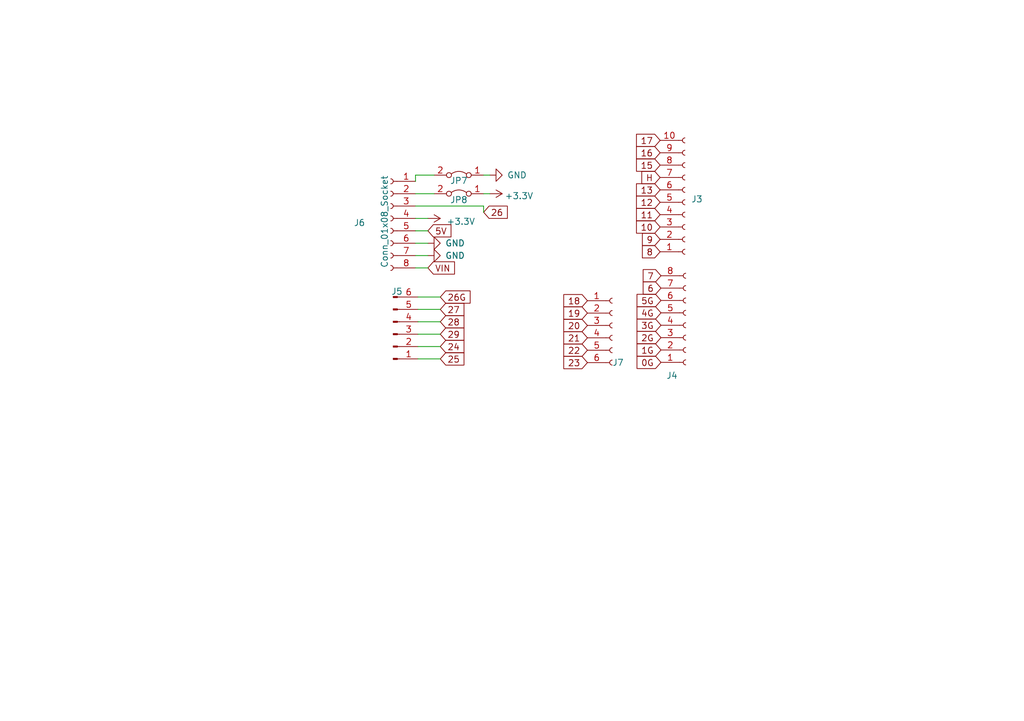
<source format=kicad_sch>
(kicad_sch (version 20230121) (generator eeschema)

  (uuid 03621913-285f-463d-859b-09c2f4f5b841)

  (paper "A5")

  (title_block
    (title "PicUNO (Pico + UNO)")
    (date "2024-04-20")
    (rev "3.0")
    (company "AtrivaTECH & ESC crasci ")
    (comment 1 "A part of Atriva Technologies")
    (comment 2 "esccrasci.in")
    (comment 3 "atrivatech.com")
    (comment 4 "esccrasci.in/about-on")
  )

  (lib_symbols
    (symbol "Connector:Conn_01x06_Pin" (pin_names (offset 1.016) hide) (in_bom yes) (on_board yes)
      (property "Reference" "J" (at 0 7.62 0)
        (effects (font (size 1.27 1.27)))
      )
      (property "Value" "Conn_01x06_Pin" (at 0 -10.16 0)
        (effects (font (size 1.27 1.27)))
      )
      (property "Footprint" "" (at 0 0 0)
        (effects (font (size 1.27 1.27)) hide)
      )
      (property "Datasheet" "~" (at 0 0 0)
        (effects (font (size 1.27 1.27)) hide)
      )
      (property "ki_locked" "" (at 0 0 0)
        (effects (font (size 1.27 1.27)))
      )
      (property "ki_keywords" "connector" (at 0 0 0)
        (effects (font (size 1.27 1.27)) hide)
      )
      (property "ki_description" "Generic connector, single row, 01x06, script generated" (at 0 0 0)
        (effects (font (size 1.27 1.27)) hide)
      )
      (property "ki_fp_filters" "Connector*:*_1x??_*" (at 0 0 0)
        (effects (font (size 1.27 1.27)) hide)
      )
      (symbol "Conn_01x06_Pin_1_1"
        (polyline
          (pts
            (xy 1.27 -7.62)
            (xy 0.8636 -7.62)
          )
          (stroke (width 0.1524) (type default))
          (fill (type none))
        )
        (polyline
          (pts
            (xy 1.27 -5.08)
            (xy 0.8636 -5.08)
          )
          (stroke (width 0.1524) (type default))
          (fill (type none))
        )
        (polyline
          (pts
            (xy 1.27 -2.54)
            (xy 0.8636 -2.54)
          )
          (stroke (width 0.1524) (type default))
          (fill (type none))
        )
        (polyline
          (pts
            (xy 1.27 0)
            (xy 0.8636 0)
          )
          (stroke (width 0.1524) (type default))
          (fill (type none))
        )
        (polyline
          (pts
            (xy 1.27 2.54)
            (xy 0.8636 2.54)
          )
          (stroke (width 0.1524) (type default))
          (fill (type none))
        )
        (polyline
          (pts
            (xy 1.27 5.08)
            (xy 0.8636 5.08)
          )
          (stroke (width 0.1524) (type default))
          (fill (type none))
        )
        (rectangle (start 0.8636 -7.493) (end 0 -7.747)
          (stroke (width 0.1524) (type default))
          (fill (type outline))
        )
        (rectangle (start 0.8636 -4.953) (end 0 -5.207)
          (stroke (width 0.1524) (type default))
          (fill (type outline))
        )
        (rectangle (start 0.8636 -2.413) (end 0 -2.667)
          (stroke (width 0.1524) (type default))
          (fill (type outline))
        )
        (rectangle (start 0.8636 0.127) (end 0 -0.127)
          (stroke (width 0.1524) (type default))
          (fill (type outline))
        )
        (rectangle (start 0.8636 2.667) (end 0 2.413)
          (stroke (width 0.1524) (type default))
          (fill (type outline))
        )
        (rectangle (start 0.8636 5.207) (end 0 4.953)
          (stroke (width 0.1524) (type default))
          (fill (type outline))
        )
        (pin passive line (at 5.08 5.08 180) (length 3.81)
          (name "Pin_1" (effects (font (size 1.27 1.27))))
          (number "1" (effects (font (size 1.27 1.27))))
        )
        (pin passive line (at 5.08 2.54 180) (length 3.81)
          (name "Pin_2" (effects (font (size 1.27 1.27))))
          (number "2" (effects (font (size 1.27 1.27))))
        )
        (pin passive line (at 5.08 0 180) (length 3.81)
          (name "Pin_3" (effects (font (size 1.27 1.27))))
          (number "3" (effects (font (size 1.27 1.27))))
        )
        (pin passive line (at 5.08 -2.54 180) (length 3.81)
          (name "Pin_4" (effects (font (size 1.27 1.27))))
          (number "4" (effects (font (size 1.27 1.27))))
        )
        (pin passive line (at 5.08 -5.08 180) (length 3.81)
          (name "Pin_5" (effects (font (size 1.27 1.27))))
          (number "5" (effects (font (size 1.27 1.27))))
        )
        (pin passive line (at 5.08 -7.62 180) (length 3.81)
          (name "Pin_6" (effects (font (size 1.27 1.27))))
          (number "6" (effects (font (size 1.27 1.27))))
        )
      )
    )
    (symbol "Connector:Conn_01x06_Socket" (pin_names (offset 1.016) hide) (in_bom yes) (on_board yes)
      (property "Reference" "J" (at 0 7.62 0)
        (effects (font (size 1.27 1.27)))
      )
      (property "Value" "Conn_01x06_Socket" (at 0 -10.16 0)
        (effects (font (size 1.27 1.27)))
      )
      (property "Footprint" "" (at 0 0 0)
        (effects (font (size 1.27 1.27)) hide)
      )
      (property "Datasheet" "~" (at 0 0 0)
        (effects (font (size 1.27 1.27)) hide)
      )
      (property "ki_locked" "" (at 0 0 0)
        (effects (font (size 1.27 1.27)))
      )
      (property "ki_keywords" "connector" (at 0 0 0)
        (effects (font (size 1.27 1.27)) hide)
      )
      (property "ki_description" "Generic connector, single row, 01x06, script generated" (at 0 0 0)
        (effects (font (size 1.27 1.27)) hide)
      )
      (property "ki_fp_filters" "Connector*:*_1x??_*" (at 0 0 0)
        (effects (font (size 1.27 1.27)) hide)
      )
      (symbol "Conn_01x06_Socket_1_1"
        (arc (start 0 -7.112) (mid -0.5058 -7.62) (end 0 -8.128)
          (stroke (width 0.1524) (type default))
          (fill (type none))
        )
        (arc (start 0 -4.572) (mid -0.5058 -5.08) (end 0 -5.588)
          (stroke (width 0.1524) (type default))
          (fill (type none))
        )
        (arc (start 0 -2.032) (mid -0.5058 -2.54) (end 0 -3.048)
          (stroke (width 0.1524) (type default))
          (fill (type none))
        )
        (polyline
          (pts
            (xy -1.27 -7.62)
            (xy -0.508 -7.62)
          )
          (stroke (width 0.1524) (type default))
          (fill (type none))
        )
        (polyline
          (pts
            (xy -1.27 -5.08)
            (xy -0.508 -5.08)
          )
          (stroke (width 0.1524) (type default))
          (fill (type none))
        )
        (polyline
          (pts
            (xy -1.27 -2.54)
            (xy -0.508 -2.54)
          )
          (stroke (width 0.1524) (type default))
          (fill (type none))
        )
        (polyline
          (pts
            (xy -1.27 0)
            (xy -0.508 0)
          )
          (stroke (width 0.1524) (type default))
          (fill (type none))
        )
        (polyline
          (pts
            (xy -1.27 2.54)
            (xy -0.508 2.54)
          )
          (stroke (width 0.1524) (type default))
          (fill (type none))
        )
        (polyline
          (pts
            (xy -1.27 5.08)
            (xy -0.508 5.08)
          )
          (stroke (width 0.1524) (type default))
          (fill (type none))
        )
        (arc (start 0 0.508) (mid -0.5058 0) (end 0 -0.508)
          (stroke (width 0.1524) (type default))
          (fill (type none))
        )
        (arc (start 0 3.048) (mid -0.5058 2.54) (end 0 2.032)
          (stroke (width 0.1524) (type default))
          (fill (type none))
        )
        (arc (start 0 5.588) (mid -0.5058 5.08) (end 0 4.572)
          (stroke (width 0.1524) (type default))
          (fill (type none))
        )
        (pin passive line (at -5.08 5.08 0) (length 3.81)
          (name "Pin_1" (effects (font (size 1.27 1.27))))
          (number "1" (effects (font (size 1.27 1.27))))
        )
        (pin passive line (at -5.08 2.54 0) (length 3.81)
          (name "Pin_2" (effects (font (size 1.27 1.27))))
          (number "2" (effects (font (size 1.27 1.27))))
        )
        (pin passive line (at -5.08 0 0) (length 3.81)
          (name "Pin_3" (effects (font (size 1.27 1.27))))
          (number "3" (effects (font (size 1.27 1.27))))
        )
        (pin passive line (at -5.08 -2.54 0) (length 3.81)
          (name "Pin_4" (effects (font (size 1.27 1.27))))
          (number "4" (effects (font (size 1.27 1.27))))
        )
        (pin passive line (at -5.08 -5.08 0) (length 3.81)
          (name "Pin_5" (effects (font (size 1.27 1.27))))
          (number "5" (effects (font (size 1.27 1.27))))
        )
        (pin passive line (at -5.08 -7.62 0) (length 3.81)
          (name "Pin_6" (effects (font (size 1.27 1.27))))
          (number "6" (effects (font (size 1.27 1.27))))
        )
      )
    )
    (symbol "Connector:Conn_01x08_Socket" (pin_names (offset 1.016) hide) (in_bom yes) (on_board yes)
      (property "Reference" "J" (at 0 10.16 0)
        (effects (font (size 1.27 1.27)))
      )
      (property "Value" "Conn_01x08_Socket" (at 0 -12.7 0)
        (effects (font (size 1.27 1.27)))
      )
      (property "Footprint" "" (at 0 0 0)
        (effects (font (size 1.27 1.27)) hide)
      )
      (property "Datasheet" "~" (at 0 0 0)
        (effects (font (size 1.27 1.27)) hide)
      )
      (property "ki_locked" "" (at 0 0 0)
        (effects (font (size 1.27 1.27)))
      )
      (property "ki_keywords" "connector" (at 0 0 0)
        (effects (font (size 1.27 1.27)) hide)
      )
      (property "ki_description" "Generic connector, single row, 01x08, script generated" (at 0 0 0)
        (effects (font (size 1.27 1.27)) hide)
      )
      (property "ki_fp_filters" "Connector*:*_1x??_*" (at 0 0 0)
        (effects (font (size 1.27 1.27)) hide)
      )
      (symbol "Conn_01x08_Socket_1_1"
        (arc (start 0 -9.652) (mid -0.5058 -10.16) (end 0 -10.668)
          (stroke (width 0.1524) (type default))
          (fill (type none))
        )
        (arc (start 0 -7.112) (mid -0.5058 -7.62) (end 0 -8.128)
          (stroke (width 0.1524) (type default))
          (fill (type none))
        )
        (arc (start 0 -4.572) (mid -0.5058 -5.08) (end 0 -5.588)
          (stroke (width 0.1524) (type default))
          (fill (type none))
        )
        (arc (start 0 -2.032) (mid -0.5058 -2.54) (end 0 -3.048)
          (stroke (width 0.1524) (type default))
          (fill (type none))
        )
        (polyline
          (pts
            (xy -1.27 -10.16)
            (xy -0.508 -10.16)
          )
          (stroke (width 0.1524) (type default))
          (fill (type none))
        )
        (polyline
          (pts
            (xy -1.27 -7.62)
            (xy -0.508 -7.62)
          )
          (stroke (width 0.1524) (type default))
          (fill (type none))
        )
        (polyline
          (pts
            (xy -1.27 -5.08)
            (xy -0.508 -5.08)
          )
          (stroke (width 0.1524) (type default))
          (fill (type none))
        )
        (polyline
          (pts
            (xy -1.27 -2.54)
            (xy -0.508 -2.54)
          )
          (stroke (width 0.1524) (type default))
          (fill (type none))
        )
        (polyline
          (pts
            (xy -1.27 0)
            (xy -0.508 0)
          )
          (stroke (width 0.1524) (type default))
          (fill (type none))
        )
        (polyline
          (pts
            (xy -1.27 2.54)
            (xy -0.508 2.54)
          )
          (stroke (width 0.1524) (type default))
          (fill (type none))
        )
        (polyline
          (pts
            (xy -1.27 5.08)
            (xy -0.508 5.08)
          )
          (stroke (width 0.1524) (type default))
          (fill (type none))
        )
        (polyline
          (pts
            (xy -1.27 7.62)
            (xy -0.508 7.62)
          )
          (stroke (width 0.1524) (type default))
          (fill (type none))
        )
        (arc (start 0 0.508) (mid -0.5058 0) (end 0 -0.508)
          (stroke (width 0.1524) (type default))
          (fill (type none))
        )
        (arc (start 0 3.048) (mid -0.5058 2.54) (end 0 2.032)
          (stroke (width 0.1524) (type default))
          (fill (type none))
        )
        (arc (start 0 5.588) (mid -0.5058 5.08) (end 0 4.572)
          (stroke (width 0.1524) (type default))
          (fill (type none))
        )
        (arc (start 0 8.128) (mid -0.5058 7.62) (end 0 7.112)
          (stroke (width 0.1524) (type default))
          (fill (type none))
        )
        (pin passive line (at -5.08 7.62 0) (length 3.81)
          (name "Pin_1" (effects (font (size 1.27 1.27))))
          (number "1" (effects (font (size 1.27 1.27))))
        )
        (pin passive line (at -5.08 5.08 0) (length 3.81)
          (name "Pin_2" (effects (font (size 1.27 1.27))))
          (number "2" (effects (font (size 1.27 1.27))))
        )
        (pin passive line (at -5.08 2.54 0) (length 3.81)
          (name "Pin_3" (effects (font (size 1.27 1.27))))
          (number "3" (effects (font (size 1.27 1.27))))
        )
        (pin passive line (at -5.08 0 0) (length 3.81)
          (name "Pin_4" (effects (font (size 1.27 1.27))))
          (number "4" (effects (font (size 1.27 1.27))))
        )
        (pin passive line (at -5.08 -2.54 0) (length 3.81)
          (name "Pin_5" (effects (font (size 1.27 1.27))))
          (number "5" (effects (font (size 1.27 1.27))))
        )
        (pin passive line (at -5.08 -5.08 0) (length 3.81)
          (name "Pin_6" (effects (font (size 1.27 1.27))))
          (number "6" (effects (font (size 1.27 1.27))))
        )
        (pin passive line (at -5.08 -7.62 0) (length 3.81)
          (name "Pin_7" (effects (font (size 1.27 1.27))))
          (number "7" (effects (font (size 1.27 1.27))))
        )
        (pin passive line (at -5.08 -10.16 0) (length 3.81)
          (name "Pin_8" (effects (font (size 1.27 1.27))))
          (number "8" (effects (font (size 1.27 1.27))))
        )
      )
    )
    (symbol "Connector:Conn_01x10_Socket" (pin_names (offset 1.016) hide) (in_bom yes) (on_board yes)
      (property "Reference" "J" (at 0 12.7 0)
        (effects (font (size 1.27 1.27)))
      )
      (property "Value" "Conn_01x10_Socket" (at 0 -15.24 0)
        (effects (font (size 1.27 1.27)))
      )
      (property "Footprint" "" (at 0 0 0)
        (effects (font (size 1.27 1.27)) hide)
      )
      (property "Datasheet" "~" (at 0 0 0)
        (effects (font (size 1.27 1.27)) hide)
      )
      (property "ki_locked" "" (at 0 0 0)
        (effects (font (size 1.27 1.27)))
      )
      (property "ki_keywords" "connector" (at 0 0 0)
        (effects (font (size 1.27 1.27)) hide)
      )
      (property "ki_description" "Generic connector, single row, 01x10, script generated" (at 0 0 0)
        (effects (font (size 1.27 1.27)) hide)
      )
      (property "ki_fp_filters" "Connector*:*_1x??_*" (at 0 0 0)
        (effects (font (size 1.27 1.27)) hide)
      )
      (symbol "Conn_01x10_Socket_1_1"
        (arc (start 0 -12.192) (mid -0.5058 -12.7) (end 0 -13.208)
          (stroke (width 0.1524) (type default))
          (fill (type none))
        )
        (arc (start 0 -9.652) (mid -0.5058 -10.16) (end 0 -10.668)
          (stroke (width 0.1524) (type default))
          (fill (type none))
        )
        (arc (start 0 -7.112) (mid -0.5058 -7.62) (end 0 -8.128)
          (stroke (width 0.1524) (type default))
          (fill (type none))
        )
        (arc (start 0 -4.572) (mid -0.5058 -5.08) (end 0 -5.588)
          (stroke (width 0.1524) (type default))
          (fill (type none))
        )
        (arc (start 0 -2.032) (mid -0.5058 -2.54) (end 0 -3.048)
          (stroke (width 0.1524) (type default))
          (fill (type none))
        )
        (polyline
          (pts
            (xy -1.27 -12.7)
            (xy -0.508 -12.7)
          )
          (stroke (width 0.1524) (type default))
          (fill (type none))
        )
        (polyline
          (pts
            (xy -1.27 -10.16)
            (xy -0.508 -10.16)
          )
          (stroke (width 0.1524) (type default))
          (fill (type none))
        )
        (polyline
          (pts
            (xy -1.27 -7.62)
            (xy -0.508 -7.62)
          )
          (stroke (width 0.1524) (type default))
          (fill (type none))
        )
        (polyline
          (pts
            (xy -1.27 -5.08)
            (xy -0.508 -5.08)
          )
          (stroke (width 0.1524) (type default))
          (fill (type none))
        )
        (polyline
          (pts
            (xy -1.27 -2.54)
            (xy -0.508 -2.54)
          )
          (stroke (width 0.1524) (type default))
          (fill (type none))
        )
        (polyline
          (pts
            (xy -1.27 0)
            (xy -0.508 0)
          )
          (stroke (width 0.1524) (type default))
          (fill (type none))
        )
        (polyline
          (pts
            (xy -1.27 2.54)
            (xy -0.508 2.54)
          )
          (stroke (width 0.1524) (type default))
          (fill (type none))
        )
        (polyline
          (pts
            (xy -1.27 5.08)
            (xy -0.508 5.08)
          )
          (stroke (width 0.1524) (type default))
          (fill (type none))
        )
        (polyline
          (pts
            (xy -1.27 7.62)
            (xy -0.508 7.62)
          )
          (stroke (width 0.1524) (type default))
          (fill (type none))
        )
        (polyline
          (pts
            (xy -1.27 10.16)
            (xy -0.508 10.16)
          )
          (stroke (width 0.1524) (type default))
          (fill (type none))
        )
        (arc (start 0 0.508) (mid -0.5058 0) (end 0 -0.508)
          (stroke (width 0.1524) (type default))
          (fill (type none))
        )
        (arc (start 0 3.048) (mid -0.5058 2.54) (end 0 2.032)
          (stroke (width 0.1524) (type default))
          (fill (type none))
        )
        (arc (start 0 5.588) (mid -0.5058 5.08) (end 0 4.572)
          (stroke (width 0.1524) (type default))
          (fill (type none))
        )
        (arc (start 0 8.128) (mid -0.5058 7.62) (end 0 7.112)
          (stroke (width 0.1524) (type default))
          (fill (type none))
        )
        (arc (start 0 10.668) (mid -0.5058 10.16) (end 0 9.652)
          (stroke (width 0.1524) (type default))
          (fill (type none))
        )
        (pin passive line (at -5.08 10.16 0) (length 3.81)
          (name "Pin_1" (effects (font (size 1.27 1.27))))
          (number "1" (effects (font (size 1.27 1.27))))
        )
        (pin passive line (at -5.08 -12.7 0) (length 3.81)
          (name "Pin_10" (effects (font (size 1.27 1.27))))
          (number "10" (effects (font (size 1.27 1.27))))
        )
        (pin passive line (at -5.08 7.62 0) (length 3.81)
          (name "Pin_2" (effects (font (size 1.27 1.27))))
          (number "2" (effects (font (size 1.27 1.27))))
        )
        (pin passive line (at -5.08 5.08 0) (length 3.81)
          (name "Pin_3" (effects (font (size 1.27 1.27))))
          (number "3" (effects (font (size 1.27 1.27))))
        )
        (pin passive line (at -5.08 2.54 0) (length 3.81)
          (name "Pin_4" (effects (font (size 1.27 1.27))))
          (number "4" (effects (font (size 1.27 1.27))))
        )
        (pin passive line (at -5.08 0 0) (length 3.81)
          (name "Pin_5" (effects (font (size 1.27 1.27))))
          (number "5" (effects (font (size 1.27 1.27))))
        )
        (pin passive line (at -5.08 -2.54 0) (length 3.81)
          (name "Pin_6" (effects (font (size 1.27 1.27))))
          (number "6" (effects (font (size 1.27 1.27))))
        )
        (pin passive line (at -5.08 -5.08 0) (length 3.81)
          (name "Pin_7" (effects (font (size 1.27 1.27))))
          (number "7" (effects (font (size 1.27 1.27))))
        )
        (pin passive line (at -5.08 -7.62 0) (length 3.81)
          (name "Pin_8" (effects (font (size 1.27 1.27))))
          (number "8" (effects (font (size 1.27 1.27))))
        )
        (pin passive line (at -5.08 -10.16 0) (length 3.81)
          (name "Pin_9" (effects (font (size 1.27 1.27))))
          (number "9" (effects (font (size 1.27 1.27))))
        )
      )
    )
    (symbol "Jumper:Jumper_2_Bridged" (pin_names (offset 0) hide) (in_bom yes) (on_board yes)
      (property "Reference" "JP" (at 0 1.905 0)
        (effects (font (size 1.27 1.27)))
      )
      (property "Value" "Jumper_2_Bridged" (at 0 -2.54 0)
        (effects (font (size 1.27 1.27)))
      )
      (property "Footprint" "" (at 0 0 0)
        (effects (font (size 1.27 1.27)) hide)
      )
      (property "Datasheet" "~" (at 0 0 0)
        (effects (font (size 1.27 1.27)) hide)
      )
      (property "ki_keywords" "Jumper SPST" (at 0 0 0)
        (effects (font (size 1.27 1.27)) hide)
      )
      (property "ki_description" "Jumper, 2-pole, closed/bridged" (at 0 0 0)
        (effects (font (size 1.27 1.27)) hide)
      )
      (property "ki_fp_filters" "Jumper* TestPoint*2Pads* TestPoint*Bridge*" (at 0 0 0)
        (effects (font (size 1.27 1.27)) hide)
      )
      (symbol "Jumper_2_Bridged_0_0"
        (circle (center -2.032 0) (radius 0.508)
          (stroke (width 0) (type default))
          (fill (type none))
        )
        (circle (center 2.032 0) (radius 0.508)
          (stroke (width 0) (type default))
          (fill (type none))
        )
      )
      (symbol "Jumper_2_Bridged_0_1"
        (arc (start 1.524 0.254) (mid 0 0.762) (end -1.524 0.254)
          (stroke (width 0) (type default))
          (fill (type none))
        )
      )
      (symbol "Jumper_2_Bridged_1_1"
        (pin passive line (at -5.08 0 0) (length 2.54)
          (name "A" (effects (font (size 1.27 1.27))))
          (number "1" (effects (font (size 1.27 1.27))))
        )
        (pin passive line (at 5.08 0 180) (length 2.54)
          (name "B" (effects (font (size 1.27 1.27))))
          (number "2" (effects (font (size 1.27 1.27))))
        )
      )
    )
    (symbol "power:+3.3V" (power) (pin_names (offset 0)) (in_bom yes) (on_board yes)
      (property "Reference" "#PWR" (at 0 -3.81 0)
        (effects (font (size 1.27 1.27)) hide)
      )
      (property "Value" "+3.3V" (at 0 3.556 0)
        (effects (font (size 1.27 1.27)))
      )
      (property "Footprint" "" (at 0 0 0)
        (effects (font (size 1.27 1.27)) hide)
      )
      (property "Datasheet" "" (at 0 0 0)
        (effects (font (size 1.27 1.27)) hide)
      )
      (property "ki_keywords" "global power" (at 0 0 0)
        (effects (font (size 1.27 1.27)) hide)
      )
      (property "ki_description" "Power symbol creates a global label with name \"+3.3V\"" (at 0 0 0)
        (effects (font (size 1.27 1.27)) hide)
      )
      (symbol "+3.3V_0_1"
        (polyline
          (pts
            (xy -0.762 1.27)
            (xy 0 2.54)
          )
          (stroke (width 0) (type default))
          (fill (type none))
        )
        (polyline
          (pts
            (xy 0 0)
            (xy 0 2.54)
          )
          (stroke (width 0) (type default))
          (fill (type none))
        )
        (polyline
          (pts
            (xy 0 2.54)
            (xy 0.762 1.27)
          )
          (stroke (width 0) (type default))
          (fill (type none))
        )
      )
      (symbol "+3.3V_1_1"
        (pin power_in line (at 0 0 90) (length 0) hide
          (name "+3.3V" (effects (font (size 1.27 1.27))))
          (number "1" (effects (font (size 1.27 1.27))))
        )
      )
    )
    (symbol "power:GND" (power) (pin_names (offset 0)) (in_bom yes) (on_board yes)
      (property "Reference" "#PWR" (at 0 -6.35 0)
        (effects (font (size 1.27 1.27)) hide)
      )
      (property "Value" "GND" (at 0 -3.81 0)
        (effects (font (size 1.27 1.27)))
      )
      (property "Footprint" "" (at 0 0 0)
        (effects (font (size 1.27 1.27)) hide)
      )
      (property "Datasheet" "" (at 0 0 0)
        (effects (font (size 1.27 1.27)) hide)
      )
      (property "ki_keywords" "global power" (at 0 0 0)
        (effects (font (size 1.27 1.27)) hide)
      )
      (property "ki_description" "Power symbol creates a global label with name \"GND\" , ground" (at 0 0 0)
        (effects (font (size 1.27 1.27)) hide)
      )
      (symbol "GND_0_1"
        (polyline
          (pts
            (xy 0 0)
            (xy 0 -1.27)
            (xy 1.27 -1.27)
            (xy 0 -2.54)
            (xy -1.27 -1.27)
            (xy 0 -1.27)
          )
          (stroke (width 0) (type default))
          (fill (type none))
        )
      )
      (symbol "GND_1_1"
        (pin power_in line (at 0 0 270) (length 0) hide
          (name "GND" (effects (font (size 1.27 1.27))))
          (number "1" (effects (font (size 1.27 1.27))))
        )
      )
    )
  )


  (wire (pts (xy 90.297 73.66) (xy 85.725 73.66))
    (stroke (width 0) (type default))
    (uuid 06407e25-cd48-49a4-b78d-5c82bf63ca13)
  )
  (wire (pts (xy 87.757 47.371) (xy 85.217 47.371))
    (stroke (width 0) (type default))
    (uuid 1005b99b-1a18-40f6-9aa8-2e719462a09e)
  )
  (wire (pts (xy 89.027 39.751) (xy 85.217 39.751))
    (stroke (width 0) (type default))
    (uuid 2efc2cd3-8925-4be4-b7f1-d8716fe596c9)
  )
  (wire (pts (xy 99.187 42.291) (xy 99.187 43.561))
    (stroke (width 0) (type default))
    (uuid 2f3278a4-bde5-49f4-acef-819e5a4249d8)
  )
  (wire (pts (xy 90.297 71.12) (xy 85.725 71.12))
    (stroke (width 0) (type default))
    (uuid 6945bdef-fe82-4c5f-a9e3-ba737138b9b4)
  )
  (wire (pts (xy 90.297 60.96) (xy 85.725 60.96))
    (stroke (width 0) (type default))
    (uuid 75302d50-95c7-4fe8-a5be-cb8832812a9d)
  )
  (wire (pts (xy 87.757 49.911) (xy 85.217 49.911))
    (stroke (width 0) (type default))
    (uuid 85437ad7-917a-4cbd-9591-10db61bd4579)
  )
  (wire (pts (xy 90.297 68.58) (xy 85.725 68.58))
    (stroke (width 0) (type default))
    (uuid 884ce5a6-89b2-491d-bffe-5ed593ec4231)
  )
  (wire (pts (xy 85.217 35.941) (xy 85.217 37.211))
    (stroke (width 0) (type default))
    (uuid 960fb7d1-40fe-4956-90bb-975d8335852d)
  )
  (wire (pts (xy 87.757 54.991) (xy 85.217 54.991))
    (stroke (width 0) (type default))
    (uuid b6a18b58-4b10-423e-a7f5-6759bdaf1e97)
  )
  (wire (pts (xy 100.457 39.751) (xy 99.187 39.751))
    (stroke (width 0) (type default))
    (uuid b9a982ff-302f-47d3-a470-cd69b54231bb)
  )
  (wire (pts (xy 90.297 66.04) (xy 85.725 66.04))
    (stroke (width 0) (type default))
    (uuid c0fc2851-b70b-4c94-802f-3f1c117386a9)
  )
  (wire (pts (xy 100.457 35.941) (xy 99.187 35.941))
    (stroke (width 0) (type default))
    (uuid c9649d5e-b4ea-4738-b686-af2acba6e681)
  )
  (wire (pts (xy 87.757 52.451) (xy 85.217 52.451))
    (stroke (width 0) (type default))
    (uuid d588f935-ac73-400e-a24c-79c71e71e743)
  )
  (wire (pts (xy 89.027 35.941) (xy 85.217 35.941))
    (stroke (width 0) (type default))
    (uuid e229efb7-f2ce-41e8-af33-08a9cdde3c50)
  )
  (wire (pts (xy 99.187 42.291) (xy 85.217 42.291))
    (stroke (width 0) (type default))
    (uuid e97d894b-696c-489a-85b9-07e14f42b927)
  )
  (wire (pts (xy 87.757 44.831) (xy 85.217 44.831))
    (stroke (width 0) (type default))
    (uuid f66e48a8-ba19-467c-93ef-07d347bee4d1)
  )
  (wire (pts (xy 90.297 63.5) (xy 85.725 63.5))
    (stroke (width 0) (type default))
    (uuid fa2a3005-7be9-4bce-816f-49a4f2362a5c)
  )

  (global_label "23" (shape input) (at 120.4738 74.4126 180) (fields_autoplaced)
    (effects (font (size 1.27 1.27)) (justify right))
    (uuid 07121b12-c541-43ca-9fc2-0a174f1cf4ba)
    (property "Intersheetrefs" "${INTERSHEET_REFS}" (at 115.0696 74.4126 0)
      (effects (font (size 1.27 1.27)) (justify right) hide)
    )
  )
  (global_label "8" (shape input) (at 135.3868 51.6689 180) (fields_autoplaced)
    (effects (font (size 1.27 1.27)) (justify right))
    (uuid 13307c62-f703-4699-9a46-693a4d58dbab)
    (property "Intersheetrefs" "${INTERSHEET_REFS}" (at 131.1921 51.6689 0)
      (effects (font (size 1.27 1.27)) (justify right) hide)
    )
  )
  (global_label "5G" (shape input) (at 135.5547 61.6683 180) (fields_autoplaced)
    (effects (font (size 1.27 1.27)) (justify right))
    (uuid 24fe05ea-ed6f-4eee-8ee6-48cd9ef13bbe)
    (property "Intersheetrefs" "${INTERSHEET_REFS}" (at 130.09 61.6683 0)
      (effects (font (size 1.27 1.27)) (justify right) hide)
    )
  )
  (global_label "21" (shape input) (at 120.4738 69.3326 180) (fields_autoplaced)
    (effects (font (size 1.27 1.27)) (justify right))
    (uuid 2aad995e-c2a8-4908-9f32-d47fa931a03c)
    (property "Intersheetrefs" "${INTERSHEET_REFS}" (at 115.0696 69.3326 0)
      (effects (font (size 1.27 1.27)) (justify right) hide)
    )
  )
  (global_label "28" (shape input) (at 90.297 66.04 0) (fields_autoplaced)
    (effects (font (size 1.27 1.27)) (justify left))
    (uuid 383bf641-b77f-4689-9052-bbe52b951cfe)
    (property "Intersheetrefs" "${INTERSHEET_REFS}" (at 95.7012 66.04 0)
      (effects (font (size 1.27 1.27)) (justify left) hide)
    )
  )
  (global_label "10" (shape input) (at 135.3868 46.5889 180) (fields_autoplaced)
    (effects (font (size 1.27 1.27)) (justify right))
    (uuid 3e6cbe35-a59b-4eb3-a2c5-bbea0a882f52)
    (property "Intersheetrefs" "${INTERSHEET_REFS}" (at 129.9826 46.5889 0)
      (effects (font (size 1.27 1.27)) (justify right) hide)
    )
  )
  (global_label "26" (shape input) (at 99.187 43.561 0) (fields_autoplaced)
    (effects (font (size 1.27 1.27)) (justify left))
    (uuid 41ae91b1-3429-403d-b852-bed9077147c4)
    (property "Intersheetrefs" "${INTERSHEET_REFS}" (at 104.5912 43.561 0)
      (effects (font (size 1.27 1.27)) (justify left) hide)
    )
  )
  (global_label "17" (shape input) (at 135.3868 28.8089 180) (fields_autoplaced)
    (effects (font (size 1.27 1.27)) (justify right))
    (uuid 43f09657-4b07-4bb1-9588-f8351df128c5)
    (property "Intersheetrefs" "${INTERSHEET_REFS}" (at 129.9826 28.8089 0)
      (effects (font (size 1.27 1.27)) (justify right) hide)
    )
  )
  (global_label "18" (shape input) (at 120.4738 61.7126 180) (fields_autoplaced)
    (effects (font (size 1.27 1.27)) (justify right))
    (uuid 4a47e268-ae72-4844-8c8d-6946fe2f497a)
    (property "Intersheetrefs" "${INTERSHEET_REFS}" (at 115.0696 61.7126 0)
      (effects (font (size 1.27 1.27)) (justify right) hide)
    )
  )
  (global_label "12" (shape input) (at 135.3868 41.5089 180) (fields_autoplaced)
    (effects (font (size 1.27 1.27)) (justify right))
    (uuid 53b17065-8884-4071-a6ad-55ecddf83af0)
    (property "Intersheetrefs" "${INTERSHEET_REFS}" (at 129.9826 41.5089 0)
      (effects (font (size 1.27 1.27)) (justify right) hide)
    )
  )
  (global_label "26G" (shape input) (at 90.297 60.96 0) (fields_autoplaced)
    (effects (font (size 1.27 1.27)) (justify left))
    (uuid 5a2592d2-15a8-4693-8c3d-ddecd41e197c)
    (property "Intersheetrefs" "${INTERSHEET_REFS}" (at 96.9712 60.96 0)
      (effects (font (size 1.27 1.27)) (justify left) hide)
    )
  )
  (global_label "6" (shape input) (at 135.5547 59.1283 180) (fields_autoplaced)
    (effects (font (size 1.27 1.27)) (justify right))
    (uuid 5c46fa39-bf9c-4393-a9f1-3eea76fbda78)
    (property "Intersheetrefs" "${INTERSHEET_REFS}" (at 131.36 59.1283 0)
      (effects (font (size 1.27 1.27)) (justify right) hide)
    )
  )
  (global_label "1G" (shape input) (at 135.5547 71.8283 180) (fields_autoplaced)
    (effects (font (size 1.27 1.27)) (justify right))
    (uuid 5db85e32-5005-4a8e-8e5e-a3c571336c8b)
    (property "Intersheetrefs" "${INTERSHEET_REFS}" (at 130.09 71.8283 0)
      (effects (font (size 1.27 1.27)) (justify right) hide)
    )
  )
  (global_label "22" (shape input) (at 120.4738 71.8726 180) (fields_autoplaced)
    (effects (font (size 1.27 1.27)) (justify right))
    (uuid 5e884f9b-4dc1-4500-9a9c-397c946b0d91)
    (property "Intersheetrefs" "${INTERSHEET_REFS}" (at 115.0696 71.8726 0)
      (effects (font (size 1.27 1.27)) (justify right) hide)
    )
  )
  (global_label "5V" (shape input) (at 87.757 47.371 0) (fields_autoplaced)
    (effects (font (size 1.27 1.27)) (justify left))
    (uuid 64eff550-1fff-4c3c-9d78-fe2fc68be96c)
    (property "Intersheetrefs" "${INTERSHEET_REFS}" (at 93.0403 47.371 0)
      (effects (font (size 1.27 1.27)) (justify left) hide)
    )
  )
  (global_label "11" (shape input) (at 135.3868 44.0489 180) (fields_autoplaced)
    (effects (font (size 1.27 1.27)) (justify right))
    (uuid 65d9985e-6b6c-4703-b2bd-ac676490e792)
    (property "Intersheetrefs" "${INTERSHEET_REFS}" (at 129.9826 44.0489 0)
      (effects (font (size 1.27 1.27)) (justify right) hide)
    )
  )
  (global_label "24" (shape input) (at 90.297 71.12 0) (fields_autoplaced)
    (effects (font (size 1.27 1.27)) (justify left))
    (uuid 7430bfef-db35-41a6-bfdc-f1001a9ac270)
    (property "Intersheetrefs" "${INTERSHEET_REFS}" (at 95.7012 71.12 0)
      (effects (font (size 1.27 1.27)) (justify left) hide)
    )
  )
  (global_label "VIN" (shape input) (at 87.757 54.991 0) (fields_autoplaced)
    (effects (font (size 1.27 1.27)) (justify left))
    (uuid 74f50988-e24d-47ab-897e-eb90764d8c8f)
    (property "Intersheetrefs" "${INTERSHEET_REFS}" (at 93.7661 54.991 0)
      (effects (font (size 1.27 1.27)) (justify left) hide)
    )
  )
  (global_label "3G" (shape input) (at 135.5547 66.7483 180) (fields_autoplaced)
    (effects (font (size 1.27 1.27)) (justify right))
    (uuid a4dc8961-577c-4a84-aa55-7eca057c151d)
    (property "Intersheetrefs" "${INTERSHEET_REFS}" (at 130.09 66.7483 0)
      (effects (font (size 1.27 1.27)) (justify right) hide)
    )
  )
  (global_label "4G" (shape input) (at 135.5547 64.2083 180) (fields_autoplaced)
    (effects (font (size 1.27 1.27)) (justify right))
    (uuid b8bdd89f-57b5-4114-b0dd-1cf1fc7f85f7)
    (property "Intersheetrefs" "${INTERSHEET_REFS}" (at 130.09 64.2083 0)
      (effects (font (size 1.27 1.27)) (justify right) hide)
    )
  )
  (global_label "19" (shape input) (at 120.4738 64.2526 180) (fields_autoplaced)
    (effects (font (size 1.27 1.27)) (justify right))
    (uuid b8cefa8f-ce9c-4088-832b-7ed040bcb66d)
    (property "Intersheetrefs" "${INTERSHEET_REFS}" (at 115.0696 64.2526 0)
      (effects (font (size 1.27 1.27)) (justify right) hide)
    )
  )
  (global_label "13" (shape input) (at 135.3868 38.9689 180) (fields_autoplaced)
    (effects (font (size 1.27 1.27)) (justify right))
    (uuid b98a143b-0669-42d5-a182-7489a3b1f5e0)
    (property "Intersheetrefs" "${INTERSHEET_REFS}" (at 129.9826 38.9689 0)
      (effects (font (size 1.27 1.27)) (justify right) hide)
    )
  )
  (global_label "H" (shape input) (at 135.3868 36.4289 180) (fields_autoplaced)
    (effects (font (size 1.27 1.27)) (justify right))
    (uuid bae4a773-9a89-4fc0-bf70-c5fecfddf80d)
    (property "Intersheetrefs" "${INTERSHEET_REFS}" (at 131.0711 36.4289 0)
      (effects (font (size 1.27 1.27)) (justify right) hide)
    )
  )
  (global_label "20" (shape input) (at 120.4738 66.7926 180) (fields_autoplaced)
    (effects (font (size 1.27 1.27)) (justify right))
    (uuid c1f70b54-efe1-42b7-af6f-c03189e09dc9)
    (property "Intersheetrefs" "${INTERSHEET_REFS}" (at 115.0696 66.7926 0)
      (effects (font (size 1.27 1.27)) (justify right) hide)
    )
  )
  (global_label "7" (shape input) (at 135.5547 56.5883 180) (fields_autoplaced)
    (effects (font (size 1.27 1.27)) (justify right))
    (uuid c4c48aa1-000a-449c-82d5-847800e368a6)
    (property "Intersheetrefs" "${INTERSHEET_REFS}" (at 131.36 56.5883 0)
      (effects (font (size 1.27 1.27)) (justify right) hide)
    )
  )
  (global_label "2G" (shape input) (at 135.5547 69.2883 180) (fields_autoplaced)
    (effects (font (size 1.27 1.27)) (justify right))
    (uuid cfdb84e4-e9e7-4432-b52a-16f7e44a5d8f)
    (property "Intersheetrefs" "${INTERSHEET_REFS}" (at 130.09 69.2883 0)
      (effects (font (size 1.27 1.27)) (justify right) hide)
    )
  )
  (global_label "27" (shape input) (at 90.297 63.5 0) (fields_autoplaced)
    (effects (font (size 1.27 1.27)) (justify left))
    (uuid cfe9ce42-1c26-48a7-ab67-530b8429cea1)
    (property "Intersheetrefs" "${INTERSHEET_REFS}" (at 95.7012 63.5 0)
      (effects (font (size 1.27 1.27)) (justify left) hide)
    )
  )
  (global_label "25" (shape input) (at 90.297 73.66 0) (fields_autoplaced)
    (effects (font (size 1.27 1.27)) (justify left))
    (uuid d9684b1c-062c-4b6e-94ba-363766d93d33)
    (property "Intersheetrefs" "${INTERSHEET_REFS}" (at 95.7012 73.66 0)
      (effects (font (size 1.27 1.27)) (justify left) hide)
    )
  )
  (global_label "15" (shape input) (at 135.3868 33.8889 180) (fields_autoplaced)
    (effects (font (size 1.27 1.27)) (justify right))
    (uuid dcc994c8-c1af-49fd-a06e-1359c663b01a)
    (property "Intersheetrefs" "${INTERSHEET_REFS}" (at 129.9826 33.8889 0)
      (effects (font (size 1.27 1.27)) (justify right) hide)
    )
  )
  (global_label "16" (shape input) (at 135.3868 31.3489 180) (fields_autoplaced)
    (effects (font (size 1.27 1.27)) (justify right))
    (uuid ebe6763c-fc65-4416-be4e-cf991067a446)
    (property "Intersheetrefs" "${INTERSHEET_REFS}" (at 129.9826 31.3489 0)
      (effects (font (size 1.27 1.27)) (justify right) hide)
    )
  )
  (global_label "0G" (shape input) (at 135.5547 74.3683 180) (fields_autoplaced)
    (effects (font (size 1.27 1.27)) (justify right))
    (uuid f1b61b7a-2fca-4940-896d-06803ce22c88)
    (property "Intersheetrefs" "${INTERSHEET_REFS}" (at 130.09 74.3683 0)
      (effects (font (size 1.27 1.27)) (justify right) hide)
    )
  )
  (global_label "29" (shape input) (at 90.297 68.58 0) (fields_autoplaced)
    (effects (font (size 1.27 1.27)) (justify left))
    (uuid f2bdeb7b-0713-4079-b69c-d849ff1fd0b3)
    (property "Intersheetrefs" "${INTERSHEET_REFS}" (at 95.7012 68.58 0)
      (effects (font (size 1.27 1.27)) (justify left) hide)
    )
  )
  (global_label "9" (shape input) (at 135.3868 49.1289 180) (fields_autoplaced)
    (effects (font (size 1.27 1.27)) (justify right))
    (uuid f44cbde5-fe3a-4c95-bb80-c8c38bbe63e3)
    (property "Intersheetrefs" "${INTERSHEET_REFS}" (at 131.1921 49.1289 0)
      (effects (font (size 1.27 1.27)) (justify right) hide)
    )
  )

  (symbol (lib_id "Connector:Conn_01x06_Socket") (at 125.5538 66.7926 0) (unit 1)
    (in_bom yes) (on_board yes) (dnp no)
    (uuid 1afccdcf-0da4-4ecd-a3e5-b64b2609e551)
    (property "Reference" "J7" (at 125.5538 74.4126 0)
      (effects (font (size 1.27 1.27)) (justify left))
    )
    (property "Value" "Conn_01x06_Socket" (at 126.8238 69.9676 0)
      (effects (font (size 1.27 1.27)) (justify left) hide)
    )
    (property "Footprint" "Connector_PinSocket_2.54mm:PinSocket_1x06_P2.54mm_Vertical" (at 125.5538 66.7926 0)
      (effects (font (size 1.27 1.27)) hide)
    )
    (property "Datasheet" "~" (at 125.5538 66.7926 0)
      (effects (font (size 1.27 1.27)) hide)
    )
    (pin "1" (uuid be4b0b3b-3405-4686-ade1-f38e2141ae26))
    (pin "2" (uuid 61c348ea-9543-4052-a69a-6bd69184113e))
    (pin "3" (uuid d3ab8d75-f8aa-416d-a3cd-89f52cb221db))
    (pin "4" (uuid 6810950a-608b-42f4-8a12-5dfeaf51991d))
    (pin "5" (uuid cbc0d1f7-5d1b-430c-8fb6-e4c70ad7d926))
    (pin "6" (uuid de45b311-df23-4437-803d-027d5af752a7))
    (instances
      (project "v3"
        (path "/b3a2dde4-da9a-4870-ba97-d0716f7c7659/6e42d10f-da50-4e8b-8f2a-ecfd4fab188b"
          (reference "J7") (unit 1)
        )
      )
    )
  )

  (symbol (lib_id "Jumper:Jumper_2_Bridged") (at 94.107 35.941 0) (mirror y) (unit 1)
    (in_bom yes) (on_board yes) (dnp no)
    (uuid 3c1e0d90-b3c3-4998-be96-da201845e9a7)
    (property "Reference" "JP7" (at 94.107 37.084 0)
      (effects (font (size 1.27 1.27)))
    )
    (property "Value" "Jumper_2_Bridged" (at 94.107 33.401 0)
      (effects (font (size 1.27 1.27)) hide)
    )
    (property "Footprint" "Jumper:SolderJumper-2_P1.3mm_Open_RoundedPad1.0x1.5mm" (at 94.107 35.941 0)
      (effects (font (size 1.27 1.27)) hide)
    )
    (property "Datasheet" "~" (at 94.107 35.941 0)
      (effects (font (size 1.27 1.27)) hide)
    )
    (pin "1" (uuid 2ecbcfef-a669-4f72-aef9-6bc825bd088a))
    (pin "2" (uuid b50163c2-b19c-454b-bbf9-7fa8531686b7))
    (instances
      (project "v3"
        (path "/b3a2dde4-da9a-4870-ba97-d0716f7c7659/6e42d10f-da50-4e8b-8f2a-ecfd4fab188b"
          (reference "JP7") (unit 1)
        )
      )
    )
  )

  (symbol (lib_id "power:GND") (at 87.757 49.911 90) (mirror x) (unit 1)
    (in_bom yes) (on_board yes) (dnp no)
    (uuid 48a845d5-463f-4459-b791-dbdbae05224a)
    (property "Reference" "#PWR053" (at 94.107 49.911 0)
      (effects (font (size 1.27 1.27)) hide)
    )
    (property "Value" "GND" (at 95.377 49.911 90)
      (effects (font (size 1.27 1.27)) (justify left))
    )
    (property "Footprint" "" (at 87.757 49.911 0)
      (effects (font (size 1.27 1.27)) hide)
    )
    (property "Datasheet" "" (at 87.757 49.911 0)
      (effects (font (size 1.27 1.27)) hide)
    )
    (pin "1" (uuid 8a526e9e-9e64-411c-8e4c-cc7307ed4258))
    (instances
      (project "v3"
        (path "/b3a2dde4-da9a-4870-ba97-d0716f7c7659/6e42d10f-da50-4e8b-8f2a-ecfd4fab188b"
          (reference "#PWR053") (unit 1)
        )
      )
    )
  )

  (symbol (lib_id "Connector:Conn_01x08_Socket") (at 80.137 44.831 0) (mirror y) (unit 1)
    (in_bom yes) (on_board yes) (dnp no)
    (uuid 4b13b227-7444-4b3f-871d-64c79bb7dcdb)
    (property "Reference" "J6" (at 74.93 45.72 0)
      (effects (font (size 1.27 1.27)) (justify left))
    )
    (property "Value" "Conn_01x08_Socket" (at 78.867 54.991 90)
      (effects (font (size 1.27 1.27)) (justify left))
    )
    (property "Footprint" "Connector_PinSocket_2.54mm:PinSocket_1x08_P2.54mm_Vertical" (at 80.137 44.831 0)
      (effects (font (size 1.27 1.27)) hide)
    )
    (property "Datasheet" "~" (at 80.137 44.831 0)
      (effects (font (size 1.27 1.27)) hide)
    )
    (pin "1" (uuid c9ff3e68-4e2d-4351-b7a3-cf05c575a42e))
    (pin "2" (uuid e34ccb5b-ee4b-45b3-b174-b5efd8a9b140))
    (pin "3" (uuid 0f973ae9-fef2-40fb-98ea-e3dde0f36144))
    (pin "4" (uuid a8835a4e-1a41-4b81-b9a1-5cc44016a2f5))
    (pin "5" (uuid dcb8b3ff-40e3-4636-85fc-9d343b7cc2cb))
    (pin "6" (uuid a3461a66-0ef5-4c57-a804-ea0b759ac8c7))
    (pin "7" (uuid 9853a5dc-6d93-4a30-9329-a14622a42d53))
    (pin "8" (uuid 32292bd7-5c23-45b5-aeb9-7806cab3f986))
    (instances
      (project "v3"
        (path "/b3a2dde4-da9a-4870-ba97-d0716f7c7659/6e42d10f-da50-4e8b-8f2a-ecfd4fab188b"
          (reference "J6") (unit 1)
        )
      )
    )
  )

  (symbol (lib_id "power:GND") (at 87.757 52.451 90) (mirror x) (unit 1)
    (in_bom yes) (on_board yes) (dnp no)
    (uuid 691f3386-73e3-4333-88c6-83c73b68879c)
    (property "Reference" "#PWR054" (at 94.107 52.451 0)
      (effects (font (size 1.27 1.27)) hide)
    )
    (property "Value" "GND" (at 95.377 52.451 90)
      (effects (font (size 1.27 1.27)) (justify left))
    )
    (property "Footprint" "" (at 87.757 52.451 0)
      (effects (font (size 1.27 1.27)) hide)
    )
    (property "Datasheet" "" (at 87.757 52.451 0)
      (effects (font (size 1.27 1.27)) hide)
    )
    (pin "1" (uuid ca5ce4a6-5fd2-47d3-a600-f4e121327c5d))
    (instances
      (project "v3"
        (path "/b3a2dde4-da9a-4870-ba97-d0716f7c7659/6e42d10f-da50-4e8b-8f2a-ecfd4fab188b"
          (reference "#PWR054") (unit 1)
        )
      )
    )
  )

  (symbol (lib_id "Connector:Conn_01x06_Pin") (at 80.645 68.58 0) (mirror x) (unit 1)
    (in_bom yes) (on_board yes) (dnp no)
    (uuid a38890cf-66b9-4d5f-8c24-a401d5341f93)
    (property "Reference" "J5" (at 81.407 59.817 0)
      (effects (font (size 1.27 1.27)))
    )
    (property "Value" "Conn_01x06_Pin" (at 86.7344 75.6862 0)
      (effects (font (size 1.27 1.27)) hide)
    )
    (property "Footprint" "Connector_PinSocket_2.54mm:PinSocket_1x06_P2.54mm_Vertical" (at 80.645 68.58 0)
      (effects (font (size 1.27 1.27)) hide)
    )
    (property "Datasheet" "~" (at 80.645 68.58 0)
      (effects (font (size 1.27 1.27)) hide)
    )
    (pin "1" (uuid 8e2e6c0e-9632-403d-be2d-a4ff31e1c518))
    (pin "2" (uuid 8c3d51dd-21cf-4a63-a9a8-bf95eb76e8a3))
    (pin "3" (uuid 21970448-b36b-480e-957f-8f52b59b02f8))
    (pin "4" (uuid c78b41ad-615e-4ddd-809a-0773c6334e89))
    (pin "5" (uuid 4288afa9-1251-4564-9c2e-ae19066020c3))
    (pin "6" (uuid d2cf3b75-0c4c-4e5c-a2e4-88eee4196ae4))
    (instances
      (project "v3"
        (path "/b3a2dde4-da9a-4870-ba97-d0716f7c7659/6e42d10f-da50-4e8b-8f2a-ecfd4fab188b"
          (reference "J5") (unit 1)
        )
      )
    )
  )

  (symbol (lib_id "Connector:Conn_01x08_Socket") (at 140.6347 66.7483 0) (mirror x) (unit 1)
    (in_bom yes) (on_board yes) (dnp no)
    (uuid a66d5d02-b96d-404a-bdd9-61548a6d88ae)
    (property "Reference" "J4" (at 136.6209 77.0806 0)
      (effects (font (size 1.27 1.27)) (justify left))
    )
    (property "Value" "Conn_01x08_Socket" (at 141.9047 63.5733 0)
      (effects (font (size 1.27 1.27)) (justify left) hide)
    )
    (property "Footprint" "Connector_PinSocket_2.54mm:PinSocket_1x08_P2.54mm_Vertical" (at 140.6347 66.7483 0)
      (effects (font (size 1.27 1.27)) hide)
    )
    (property "Datasheet" "~" (at 140.6347 66.7483 0)
      (effects (font (size 1.27 1.27)) hide)
    )
    (pin "1" (uuid 34294fdb-4d52-43ea-a1a7-0127d357e398))
    (pin "2" (uuid ad662d68-b5eb-4937-910b-54e2acc18195))
    (pin "3" (uuid 714775ea-e60c-4818-91ed-ef4c39067c45))
    (pin "4" (uuid 390a3e1b-a961-4c6d-b288-78430b34d81c))
    (pin "5" (uuid 96d6fa82-c0ca-4635-94e3-23bcb2918972))
    (pin "6" (uuid b6f5fb9e-9ba2-4232-ba17-ccef2b96c458))
    (pin "7" (uuid d5d25ab3-b352-45c0-9d2b-034e7601b2ef))
    (pin "8" (uuid d18663b4-bd92-46ab-ba4c-5f4038c224e5))
    (instances
      (project "v3"
        (path "/b3a2dde4-da9a-4870-ba97-d0716f7c7659/6e42d10f-da50-4e8b-8f2a-ecfd4fab188b"
          (reference "J4") (unit 1)
        )
      )
    )
  )

  (symbol (lib_id "Connector:Conn_01x10_Socket") (at 140.4668 41.5089 0) (mirror x) (unit 1)
    (in_bom yes) (on_board yes) (dnp no)
    (uuid c81c38c3-a320-4481-8da5-b6a14685896a)
    (property "Reference" "J3" (at 141.7368 40.8739 0)
      (effects (font (size 1.27 1.27)) (justify left))
    )
    (property "Value" "Conn_01x10_Socket" (at 141.7368 38.3339 0)
      (effects (font (size 1.27 1.27)) (justify left) hide)
    )
    (property "Footprint" "Connector_PinSocket_2.54mm:PinSocket_1x10_P2.54mm_Vertical" (at 140.4668 41.5089 0)
      (effects (font (size 1.27 1.27)) hide)
    )
    (property "Datasheet" "~" (at 140.4668 41.5089 0)
      (effects (font (size 1.27 1.27)) hide)
    )
    (pin "1" (uuid 5e5ce5eb-477d-485a-a2bd-0012498479a8))
    (pin "10" (uuid 7d3ff93d-adeb-4c4e-9d5b-cd0d0569b9dd))
    (pin "2" (uuid e148a248-d747-4548-a8e8-747b5493aebe))
    (pin "3" (uuid bc2c4b47-329a-46cf-866e-a46644be60fd))
    (pin "4" (uuid f1aff07e-9063-4c0a-b1cf-4f35e0a35783))
    (pin "5" (uuid aec90637-d23d-4eea-bcc9-dde02f60ef60))
    (pin "6" (uuid d816d10a-ea2b-44b5-84ce-3fa20d19decf))
    (pin "7" (uuid 764f8db8-b2b4-471f-853a-0f30e8fef17d))
    (pin "8" (uuid a655ad5f-b932-431f-9a19-8ca666425cfd))
    (pin "9" (uuid d67352ab-c8e7-4006-ac49-8717262bbe38))
    (instances
      (project "v3"
        (path "/b3a2dde4-da9a-4870-ba97-d0716f7c7659/6e42d10f-da50-4e8b-8f2a-ecfd4fab188b"
          (reference "J3") (unit 1)
        )
      )
    )
  )

  (symbol (lib_id "power:+3.3V") (at 87.757 44.831 270) (mirror x) (unit 1)
    (in_bom yes) (on_board yes) (dnp no) (fields_autoplaced)
    (uuid cb6220d2-0b6b-48b5-9e3d-29f11aea82c1)
    (property "Reference" "#PWR052" (at 83.947 44.831 0)
      (effects (font (size 1.27 1.27)) hide)
    )
    (property "Value" "+3.3V" (at 91.567 45.466 90)
      (effects (font (size 1.27 1.27)) (justify left))
    )
    (property "Footprint" "" (at 87.757 44.831 0)
      (effects (font (size 1.27 1.27)) hide)
    )
    (property "Datasheet" "" (at 87.757 44.831 0)
      (effects (font (size 1.27 1.27)) hide)
    )
    (pin "1" (uuid 8c597625-544f-4b5d-9da9-3ce9d8641c7d))
    (instances
      (project "v3"
        (path "/b3a2dde4-da9a-4870-ba97-d0716f7c7659/6e42d10f-da50-4e8b-8f2a-ecfd4fab188b"
          (reference "#PWR052") (unit 1)
        )
      )
    )
  )

  (symbol (lib_id "power:GND") (at 100.457 35.941 90) (mirror x) (unit 1)
    (in_bom yes) (on_board yes) (dnp no)
    (uuid cd41fa60-8443-4f4f-b1ea-6eb21eaf2598)
    (property "Reference" "#PWR050" (at 106.807 35.941 0)
      (effects (font (size 1.27 1.27)) hide)
    )
    (property "Value" "GND" (at 108.077 35.941 90)
      (effects (font (size 1.27 1.27)) (justify left))
    )
    (property "Footprint" "" (at 100.457 35.941 0)
      (effects (font (size 1.27 1.27)) hide)
    )
    (property "Datasheet" "" (at 100.457 35.941 0)
      (effects (font (size 1.27 1.27)) hide)
    )
    (pin "1" (uuid c27ac8fd-36ff-42bf-8c7c-ecc24b6cdbef))
    (instances
      (project "v3"
        (path "/b3a2dde4-da9a-4870-ba97-d0716f7c7659/6e42d10f-da50-4e8b-8f2a-ecfd4fab188b"
          (reference "#PWR050") (unit 1)
        )
      )
    )
  )

  (symbol (lib_id "Jumper:Jumper_2_Bridged") (at 94.107 39.751 0) (mirror y) (unit 1)
    (in_bom yes) (on_board yes) (dnp no)
    (uuid ef69c700-b711-444a-9dc7-6f037c0204cd)
    (property "Reference" "JP8" (at 94.107 41.021 0)
      (effects (font (size 1.27 1.27)))
    )
    (property "Value" "Jumper_2_Bridged" (at 94.107 37.211 0)
      (effects (font (size 1.27 1.27)) hide)
    )
    (property "Footprint" "Jumper:SolderJumper-2_P1.3mm_Open_RoundedPad1.0x1.5mm" (at 94.107 39.751 0)
      (effects (font (size 1.27 1.27)) hide)
    )
    (property "Datasheet" "~" (at 94.107 39.751 0)
      (effects (font (size 1.27 1.27)) hide)
    )
    (pin "1" (uuid 7db9bea6-2f14-4a31-b788-3982761dfea4))
    (pin "2" (uuid 6721aa00-3e79-4630-9c1e-bad6259d9ea0))
    (instances
      (project "v3"
        (path "/b3a2dde4-da9a-4870-ba97-d0716f7c7659/6e42d10f-da50-4e8b-8f2a-ecfd4fab188b"
          (reference "JP8") (unit 1)
        )
      )
    )
  )

  (symbol (lib_id "power:+3.3V") (at 100.457 39.751 270) (mirror x) (unit 1)
    (in_bom yes) (on_board yes) (dnp no)
    (uuid f5a17aad-8826-43b9-b1b7-3abfaca837f8)
    (property "Reference" "#PWR051" (at 96.647 39.751 0)
      (effects (font (size 1.27 1.27)) hide)
    )
    (property "Value" "+3.3V" (at 103.4968 40.2126 90)
      (effects (font (size 1.27 1.27)) (justify left))
    )
    (property "Footprint" "" (at 100.457 39.751 0)
      (effects (font (size 1.27 1.27)) hide)
    )
    (property "Datasheet" "" (at 100.457 39.751 0)
      (effects (font (size 1.27 1.27)) hide)
    )
    (pin "1" (uuid 2f621a45-4fd1-434a-a9fd-cd4d5ecb53eb))
    (instances
      (project "v3"
        (path "/b3a2dde4-da9a-4870-ba97-d0716f7c7659/6e42d10f-da50-4e8b-8f2a-ecfd4fab188b"
          (reference "#PWR051") (unit 1)
        )
      )
    )
  )
)

</source>
